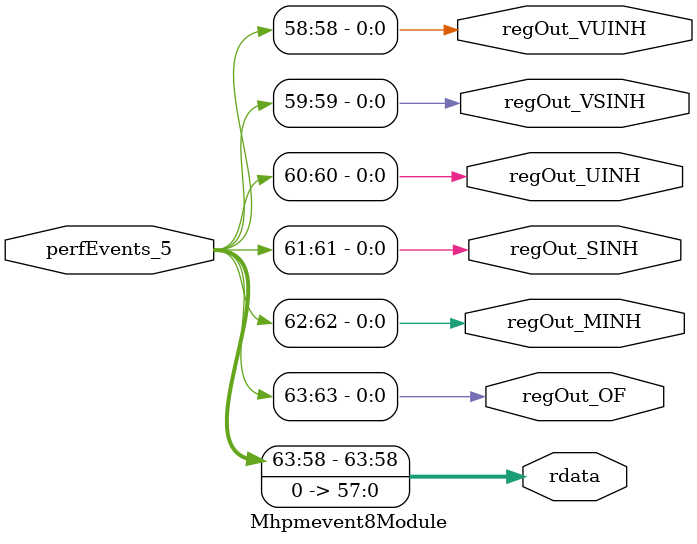
<source format=v>
`ifndef RANDOMIZE
  `ifdef RANDOMIZE_MEM_INIT
    `define RANDOMIZE
  `endif // RANDOMIZE_MEM_INIT
`endif // not def RANDOMIZE
`ifndef RANDOMIZE
  `ifdef RANDOMIZE_REG_INIT
    `define RANDOMIZE
  `endif // RANDOMIZE_REG_INIT
`endif // not def RANDOMIZE
`ifndef RANDOM
  `define RANDOM $random
`endif // not def RANDOM
// Users can define INIT_RANDOM as general code that gets injected into the
// initializer block for modules with registers.
`ifndef INIT_RANDOM
  `define INIT_RANDOM
`endif // not def INIT_RANDOM
// If using random initialization, you can also define RANDOMIZE_DELAY to
// customize the delay used, otherwise 0.002 is used.
`ifndef RANDOMIZE_DELAY
  `define RANDOMIZE_DELAY 0.002
`endif // not def RANDOMIZE_DELAY
// Define INIT_RANDOM_PROLOG_ for use in our modules below.
`ifndef INIT_RANDOM_PROLOG_
  `ifdef RANDOMIZE
    `ifdef VERILATOR
      `define INIT_RANDOM_PROLOG_ `INIT_RANDOM
    `else  // VERILATOR
      `define INIT_RANDOM_PROLOG_ `INIT_RANDOM #`RANDOMIZE_DELAY begin end
    `endif // VERILATOR
  `else  // RANDOMIZE
    `define INIT_RANDOM_PROLOG_
  `endif // RANDOMIZE
`endif // not def INIT_RANDOM_PROLOG_
// Include register initializers in init blocks unless synthesis is set
`ifndef SYNTHESIS
  `ifndef ENABLE_INITIAL_REG_
    `define ENABLE_INITIAL_REG_
  `endif // not def ENABLE_INITIAL_REG_
`endif // not def SYNTHESIS
// Include rmemory initializers in init blocks unless synthesis is set
`ifndef SYNTHESIS
  `ifndef ENABLE_INITIAL_MEM_
    `define ENABLE_INITIAL_MEM_
  `endif // not def ENABLE_INITIAL_MEM_
`endif // not def SYNTHESIS
module Mhpmevent8Module(
  output [63:0] rdata,
  output        regOut_OF,
  output        regOut_MINH,
  output        regOut_SINH,
  output        regOut_UINH,
  output        regOut_VSINH,
  output        regOut_VUINH,
  input  [63:0] perfEvents_5
);

  assign rdata = {perfEvents_5[63:58], 58'h0};
  assign regOut_OF = perfEvents_5[63];
  assign regOut_MINH = perfEvents_5[62];
  assign regOut_SINH = perfEvents_5[61];
  assign regOut_UINH = perfEvents_5[60];
  assign regOut_VSINH = perfEvents_5[59];
  assign regOut_VUINH = perfEvents_5[58];
endmodule


</source>
